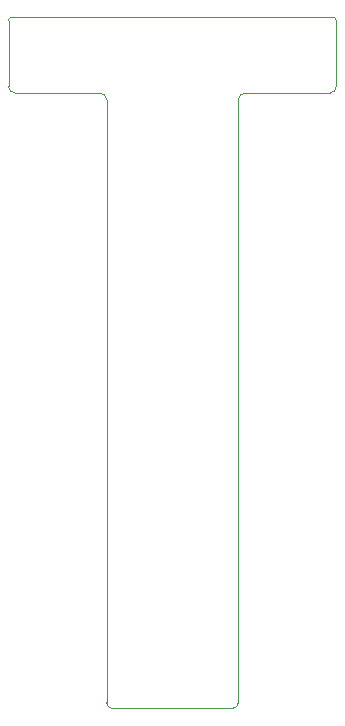
<source format=gm1>
G04 #@! TF.GenerationSoftware,KiCad,Pcbnew,9.0.6*
G04 #@! TF.CreationDate,2026-01-01T12:21:56-06:00*
G04 #@! TF.ProjectId,FFC-40,4646432d-3430-42e6-9b69-6361645f7063,rev?*
G04 #@! TF.SameCoordinates,Original*
G04 #@! TF.FileFunction,Profile,NP*
%FSLAX46Y46*%
G04 Gerber Fmt 4.6, Leading zero omitted, Abs format (unit mm)*
G04 Created by KiCad (PCBNEW 9.0.6) date 2026-01-01 12:21:56*
%MOMM*%
%LPD*%
G01*
G04 APERTURE LIST*
G04 #@! TA.AperFunction,Profile*
%ADD10C,0.050000*%
G04 #@! TD*
G04 APERTURE END LIST*
D10*
X117600000Y-146800000D02*
G75*
G02*
X117100000Y-146300000I0J500000D01*
G01*
X128264217Y-146300000D02*
G75*
G02*
X127764217Y-146800017I-500017J0D01*
G01*
X128264217Y-146300000D02*
X128264217Y-95261600D01*
X117600000Y-146800000D02*
X127764217Y-146800000D01*
X128264217Y-95261600D02*
G75*
G02*
X128825817Y-94700000I561601J-1D01*
G01*
X116538400Y-94700000D02*
G75*
G02*
X117100000Y-95261600I-1J-561601D01*
G01*
X109361600Y-94700000D02*
G75*
G02*
X108800000Y-94138400I1J561601D01*
G01*
X109061600Y-88300000D02*
X136300000Y-88300000D01*
X108800000Y-88561600D02*
X108800000Y-94138400D01*
X136300000Y-88300000D02*
G75*
G02*
X136561600Y-88561600I0J-261600D01*
G01*
X136561600Y-94138400D02*
X136561600Y-88561600D01*
X136561600Y-94138400D02*
G75*
G02*
X136000000Y-94700000I-561600J0D01*
G01*
X128825817Y-94700000D02*
X136000000Y-94700000D01*
X117100000Y-95261600D02*
X117100000Y-146300000D01*
X109361600Y-94700000D02*
X116538400Y-94700000D01*
X108800000Y-88561600D02*
G75*
G02*
X109061600Y-88300000I261600J0D01*
G01*
M02*

</source>
